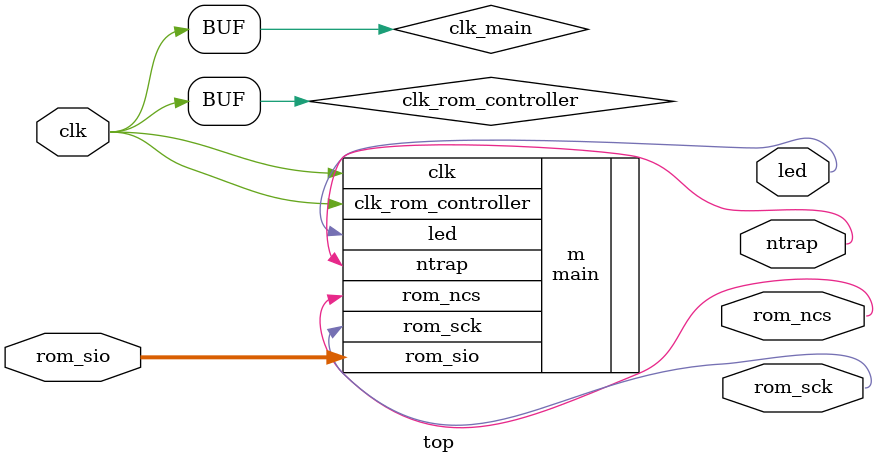
<source format=v>
module top
(
    input wire clk,
    output wire ntrap,
    output wire led,
    output wire rom_sck,
    inout wire [3:0] rom_sio,
    output wire rom_ncs
);
    wire clk_rom_controller;
    wire clk_main;

    //reg [3:0] counter = 0;

    assign clk_rom_controller = clk; //counter[3];
    assign clk_main = clk; //counter[3];

    main #(.RESET_BIT(3))
         m(.clk(clk_main), .clk_rom_controller(clk_rom_controller), .ntrap(ntrap), .led(led), .rom_sck(rom_sck), .rom_sio(rom_sio), .rom_ncs(rom_ncs));

    //always @(posedge clk) begin
    //    counter <= counter + 1;
    //end
endmodule
</source>
